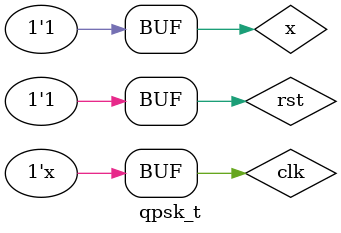
<source format=v>
`timescale 1ns / 1ps


module qpsk_t;

	// Inputs
	reg clk;
	reg rst;
	reg x;

	// Outputs
	wire y;

	// Instantiate the Unit Under Test (UUT)
	QPSK uut (
		.clk(clk), 
		.rst(rst), 
		.x(x), 
		.y(y)
	);

	initial begin
		// Initialize Inputs
		clk = 0;
		rst = 0;
		x = 0;

		// Wait 100 ns for global reset to finish
		#10;
      rst = 1;
      x = 1;
      #50;
      x = 0;
      #35;
      x = 1;
      #55;
      x = 0;
      #75;
      x = 1;		
		// Add stimulus here

	end
      
	always #5 clk =~ clk;
	
endmodule


</source>
